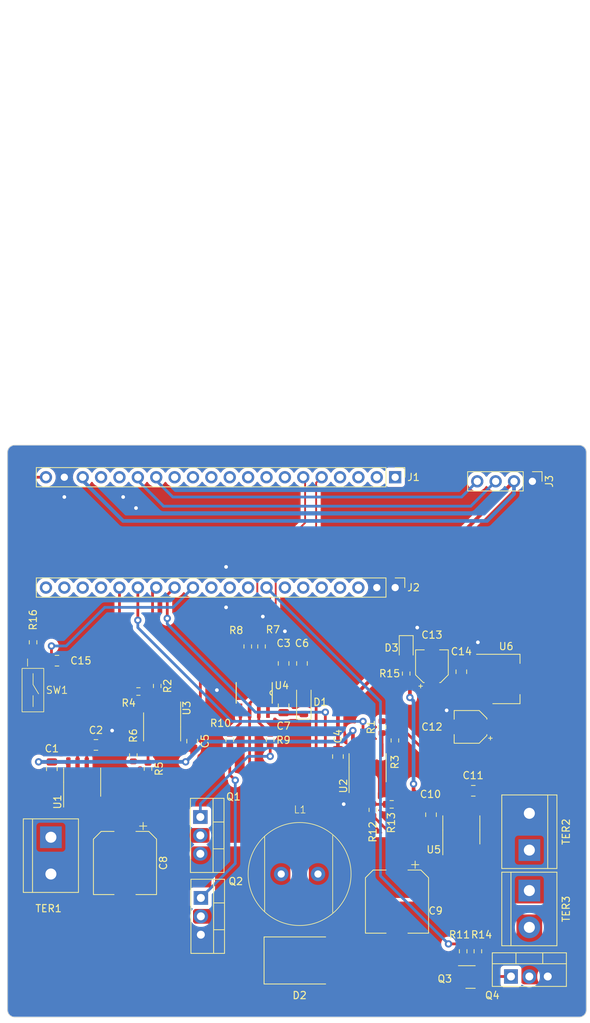
<source format=kicad_pcb>
(kicad_pcb (version 20221018) (generator pcbnew)
  (layers (0 "F.Cu" signal) (31 "B.Cu" signal) (34 "B.Paste" user) (35 "F.Paste" user) (36 "B.SilkS" user "B.Silkscreen") (37 "F.SilkS" user "F.Silkscreen") (38 "B.Mask" user) (39 "F.Mask" user) (44 "Edge.Cuts" user))
  (net 0 "")
  (net 1 "+5V")
  (net 2 "GND")
  (net 3 "Net-(U1-FILTER)")
  (net 4 "+BATT")
  (net 5 "Net-(D1-K)")
  (net 6 "/Sensor/Q1_Q2_COM")
  (net 7 "/Sensor/VIN")
  (net 8 "/Sensor/VOUT")
  (net 9 "Net-(U5-FILTER)")
  (net 10 "/MCU/DISPLAY_CHANGE")
  (net 11 "Net-(D3-A)")
  (net 16 "/MCU/PWM_PIN")
  (net 17 "/MCU/BUCK_EN")
  (net 25 "/MCU/LCD_SCL")
  (net 26 "/MCU/LCD_SDA")
  (net 29 "+3V3")
  (net 34 "/MCU/LOAD_CTR")
  (net 38 "/MCU/VADC_OUT")
  (net 39 "/MCU/VADC_IN")
  (net 40 "/MCU/CURR_OUT")
  (net 41 "/MCU/CURR_IN")
  (net 46 "Net-(Q1-G)")
  (net 47 "Net-(Q2-G)")
  (net 48 "Net-(Q3-B)")
  (net 49 "Net-(Q3-C)")
  (net 50 "/Sensor/-LOAD")
  (net 51 "/Sensor/CURR_OUT_SENS")
  (net 52 "Net-(U2B-+)")
  (net 53 "/Sensor/CURR_IN_SENS")
  (net 54 "Net-(U3A-+)")
  (net 55 "/Sensor/VOL_IN")
  (net 56 "Net-(U4-IN)")
  (net 57 "Net-(U4-~{SD})")
  (net 58 "Net-(U4-HO)")
  (net 59 "Net-(U4-LO)")
  (net 60 "/Sensor/VOL_OUT")
  (net 61 "/Sensor/PANEL_IN")
  (footprint "Capacitor_SMD:C_0805_2012Metric" (layer "F.Cu") (at 148.158198 102.997001 90)
    (fp_text reference "C7")
    (fp_text value "10uF")
  )
  (footprint "Capacitor_SMD:C_0805_2012Metric" (layer "F.Cu") (at 116.1288 111.7092 -90)
    (fp_text reference "C1")
    (fp_text value "100nF")
  )
  (footprint "Resistor_SMD:R_0603_1608Metric" (layer "F.Cu") (at 128.089801 101.028999)
    (fp_text reference "R4")
    (fp_text value "2k2")
  )
  (footprint "Package_SO:SOIC-8_3.9x4.9mm_P1.27mm" (layer "F.Cu") (at 159.766 111.5568 90)
    (fp_text reference "U2")
    (fp_text value "LM358")
  )
  (footprint "Resistor_SMD:R_0603_1608Metric" (layer "F.Cu") (at 146.304 107.696 -90)
    (fp_text reference "R9")
    (fp_text value "10R")
  )
  (footprint "Package_TO_SOT_THT:TO-220-3_Vertical" (layer "F.Cu") (at 179.578 140.391)
    (fp_text reference "Q4")
    (fp_text value "IRFZ44N")
  )
  (footprint "Diode_SMD:D_SOD-123" (layer "F.Cu") (at 150.952202 102.489 90)
    (fp_text reference "D1")
    (fp_text value "1N5819W ")
  )
  (footprint "Capacitor_SMD:C_0805_2012Metric" (layer "F.Cu") (at 168.529 118.045 -90)
    (fp_text reference "C10")
    (fp_text value "100nF")
  )
  (footprint "TerminalBlock:TerminalBlock_bornier-2_P5.08mm" (layer "F.Cu") (at 182.118 128.524 -90)
    (fp_text reference "TER3")
    (fp_text value "DC_LOAD")
  )
  (footprint "Capacitor_SMD:C_0805_2012Metric" (layer "F.Cu") (at 135.518801 107.886999 90)
    (fp_text reference "C5")
    (fp_text value "100nF")
  )
  (footprint "Connector_PinHeader_2.54mm:PinHeader_1x20_P2.54mm_Vertical" (layer "F.Cu") (at 163.576 86.674 -90)
    (fp_text reference "J2")
    (fp_text value "Conn_01x20_Pin")
  )
  (footprint "Button_SMD:Button_3x6_SMD" (layer "F.Cu") (at 113.538 100.838 -90)
    (fp_text reference "SW1")
    (fp_text value "DISPLAY_CHANGE_BUTTON")
  )
  (footprint "Resistor_SMD:R_0603_1608Metric" (layer "F.Cu") (at 140.716 107.696 -90)
    (fp_text reference "R10")
    (fp_text value "10R")
  )
  (footprint "Induc_THT:Inductor_33uH_5A_THT" (layer "F.Cu") (at 150.368 126.238)
    (fp_text reference "L1")
    (fp_text value "33uH")
  )
  (footprint "Capacitor_SMD:C_0805_2012Metric" (layer "F.Cu") (at 116.84 96.774)
    (fp_text reference "C15")
    (fp_text value "100nF")
  )
  (footprint "Resistor_SMD:R_0603_1608Metric" (layer "F.Cu") (at 129.4228 111.696999 90)
    (fp_text reference "R5")
    (fp_text value "10k")
  )
  (footprint "Capacitor_SMD:CP_Elec_4x5.4" (layer "F.Cu") (at 173.99 105.918 180)
    (fp_text reference "C12")
    (fp_text value "10uF/16V")
  )
  (footprint "Resistor_SMD:R_0603_1608Metric" (layer "F.Cu") (at 172.974 136.906 -90)
    (fp_text reference "R11")
    (fp_text value "1k")
  )
  (footprint "Package_TO_SOT_SMD:SOT-223-3_TabPin2" (layer "F.Cu") (at 178.918 99.3)
    (fp_text reference "U6")
    (fp_text value "AMS1117-5.0")
  )
  (footprint "Package_SO:SOIC-8_3.9x4.9mm_P1.27mm" (layer "F.Cu") (at 120.3198 113.5522 90)
    (fp_text reference "U1")
    (fp_text value "ACS712")
  )
  (footprint "Connector_PinHeader_2.54mm:PinHeader_1x04_P2.54mm_Vertical" (layer "F.Cu") (at 182.54 72 -90)
    (fp_text reference "J3")
    (fp_text value "LCD_CONNECTOR")
  )
  (footprint "Capacitor_SMD:C_0805_2012Metric" (layer "F.Cu") (at 155.666 110.0108 -90)
    (fp_text reference "C4")
    (fp_text value "100nF")
  )
  (footprint "Package_SO:SOIC-8_3.9x4.9mm_P1.27mm" (layer "F.Cu") (at 172.72 120.142 90)
    (fp_text reference "U5")
    (fp_text value "ACS712")
  )
  (footprint "Diode_SMD:D_SMC" (layer "F.Cu") (at 150.368 138.176)
    (fp_text reference "D2")
    (fp_text value "40V/5A")
  )
  (footprint "Capacitor_SMD:CP_Elec_4x5.4" (layer "F.Cu") (at 168.656 97.536 90)
    (fp_text reference "C13")
    (fp_text value "22uF/16V")
  )
  (footprint "Resistor_SMD:R_0603_1608Metric" (layer "F.Cu") (at 163.54 107.7878 90)
    (fp_text reference "R3")
    (fp_text value "2k2")
  )
  (footprint "LED_SMD:LED_0805_2012Metric" (layer "F.Cu") (at 165.1 94.996 -90)
    (fp_text reference "D3")
    (fp_text value "RED_LED")
  )
  (footprint "Resistor_SMD:R_0603_1608Metric" (layer "F.Cu") (at 163.095 116.6148)
    (fp_text reference "R13")
    (fp_text value "2k2")
  )
  (footprint "Resistor_SMD:R_0603_1608Metric" (layer "F.Cu") (at 175.006 136.906 -90)
    (fp_text reference "R14")
    (fp_text value "10k")
  )
  (footprint "Resistor_SMD:R_0603_1608Metric" (layer "F.Cu") (at 160.492 117.3768 90)
    (fp_text reference "R12")
    (fp_text value "10k")
  )
  (footprint "IR2104SPBF:SOIC127P600X175-8N" (layer "F.Cu") (at 144.0942 101.219 -90)
    (fp_text reference "U4")
    (fp_text value "IR2104SPBF")
  )
  (footprint "Capacitor_SMD:C_0805_2012Metric" (layer "F.Cu") (at 122.2248 108.4072 180)
    (fp_text reference "C2")
    (fp_text value "1nF")
  )
  (footprint "Resistor_SMD:R_0603_1608Metric" (layer "F.Cu") (at 130.6928 100.266999 -90)
    (fp_text reference "R2")
    (fp_text value "3k3")
  )
  (footprint "Connector_PinHeader_2.54mm:PinHeader_1x20_P2.54mm_Vertical" (layer "F.Cu") (at 163.576 71.434 -90)
    (fp_text reference "J1")
    (fp_text value "Conn_01x20_Pin")
  )
  (footprint "Capacitor_SMD:CP_Elec_8x10.5" (layer "F.Cu") (at 126.238 124.714 -90)
    (fp_text reference "C8")
    (fp_text value "100uF/50V")
  )
  (footprint "Capacitor_SMD:C_0805_2012Metric" (layer "F.Cu") (at 174.371 114.743 180)
    (fp_text reference "C11")
    (fp_text value "1nF")
  )
  (footprint "Capacitor_SMD:CP_Elec_8x10.5" (layer "F.Cu") (at 163.83 130.048 -90)
    (fp_text reference "C9")
    (fp_text value "100uF/50V")
  )
  (footprint "Resistor_SMD:R_0603_1608Metric" (layer "F.Cu") (at 161.762 105.9468 -90)
    (fp_text reference "R1")
    (fp_text value "3k3")
  )
  (footprint "TerminalBlock:TerminalBlock_bornier-2_P5.08mm" (layer "F.Cu") (at 116 121.158 -90)
    (fp_text reference "TER1")
    (fp_text value "SOLAR_PN")
  )
  (footprint "Resistor_SMD:R_0603_1608Metric" (layer "F.Cu") (at 165.1 98.552 90)
    (fp_text reference "R15")
    (fp_text value "1k")
  )
  (footprint "Resistor_SMD:R_0603_1608Metric" (layer "F.Cu") (at 143.2052 94.806 90)
    (fp_text reference "R8")
    (fp_text value "470R")
  )
  (footprint "TerminalBlock:TerminalBlock_bornier-2_P5.08mm" (layer "F.Cu") (at 182.118 122.936 90)
    (fp_text reference "TER2")
    (fp_text value "BATT")
  )
  (footprint "Package_TO_SOT_THT:TO-220-3_Vertical" (layer "F.Cu") (at 136.723 129.54 -90)
    (fp_text reference "Q2")
    (fp_text value "IRFZ44N")
  )
  (footprint "Resistor_SMD:R_0603_1608Metric" (layer "F.Cu") (at 127.390799 109.855999 90)
    (fp_text reference "R6")
    (fp_text value "2k2")
  )
  (footprint "Capacitor_SMD:C_0805_2012Metric" (layer "F.Cu") (at 150.6982 97.155 90)
    (fp_text reference "C3")
    (fp_text value "10uF")
  )
  (footprint "Capacitor_SMD:C_0805_2012Metric" (layer "F.Cu") (at 172.72 98.298 90)
    (fp_text reference "C14")
    (fp_text value "0.1uF")
  )
  (footprint "Package_SO:SOIC-8_3.9x4.9mm_P1.27mm" (layer "F.Cu") (at 131.3688 105.918 -90)
    (fp_text reference "U3")
    (fp_text value "LM358")
  )
  (footprint "Resistor_SMD:R_0603_1608Metric" (layer "F.Cu") (at 145.1102 94.806 90)
    (fp_text reference "R7")
    (fp_text value "470R")
  )
  (footprint "Resistor_SMD:R_0603_1608Metric" (layer "F.Cu") (at 113.538 94.234 -90)
    (fp_text reference "R16")
    (fp_text value "1k")
  )
  (footprint "Package_TO_SOT_SMD:SOT-23" (layer "F.Cu") (at 173.99 140.462)
    (fp_text reference "Q3")
    (fp_text value "NPN_TRANS")
  )
  (footprint "Package_TO_SOT_THT:TO-220-3_Vertical" (layer "F.Cu") (at 136.652 118.364 -90)
    (fp_text reference "Q1")
    (fp_text value "IRFZ44N")
  )
  (footprint "Capacitor_SMD:C_0805_2012Metric" (layer "F.Cu") (at 148.1582 97.155 90)
    (fp_text reference "C6")
    (fp_text value "100nF")
  )
  (gr_line (start 111 146) (end 189 146) (stroke (width 0.1)) (layer "Edge.Cuts"))
  (gr_line (start 110 68) (end 110 145) (stroke (width 0.1)) (layer "Edge.Cuts"))
  (gr_arc (start 111 146) (mid 110.292893 145.707107) (end 110 145) (stroke (width 0.1)) (layer "Edge.Cuts"))
  (gr_arc (start 190 145) (mid 189.707107 145.707107) (end 189 146) (stroke (width 0.1)) (layer "Edge.Cuts"))
  (gr_line (start 190 145) (end 190 68) (stroke (width 0.1)) (layer "Edge.Cuts"))
  (gr_arc (start 189 67) (mid 189.707107 67.292893) (end 190 68) (stroke (width 0.1)) (layer "Edge.Cuts"))
  (gr_arc (start 110 68) (mid 110.292893 67.292893) (end 111 67) (stroke (width 0.1)) (layer "Edge.Cuts"))
  (gr_line (start 189 67) (end 111 67) (stroke (width 0.1)) (layer "Edge.Cuts"))
  (segment (start 168.656 99.336) (end 165.141 99.336) (width 0.508) (layer "F.Cu") (net 1))
  (segment (start 114.3152 110.7592) (end 114.3 110.744) (width 0.508) (layer "F.Cu") (net 1))
  (segment (start 160.211 99.377) (end 165.1 99.377) (width 0.508) (layer "F.Cu") (net 1))
  (segment (start 135.518801 108.836999) (end 135.518801 109.845199) (width 0.508) (layer "F.Cu") (net 1))
  (segment (start 166.116 113.792) (end 166.116 114.682) (width 0.508) (layer "F.Cu") (net 1))
  (segment (start 166.116 114.682) (end 168.529 117.095) (width 0.508) (layer "F.Cu") (net 1))
  (segment (start 133.2738 108.393) (end 135.074802 108.393) (width 0.508) (layer "F.Cu") (net 1))
  (segment (start 170.815 117.667) (end 169.101 117.667) (width 0.508) (layer "F.Cu") (net 1))
  (segment (start 116.1288 110.7592) (end 114.3152 110.7592) (width 0.508) (layer "F.Cu") (net 1))
  (segment (start 155.666 103.922) (end 160.211 99.377) (width 0.508) (layer "F.Cu") (net 1))
  (segment (start 135.518801 109.845199) (end 134.62 110.744) (width 0.508) (layer "F.Cu") (net 1))
  (segment (start 157.734 106.426) (end 157.734 108.9548) (width 0.508) (layer "F.Cu") (net 1))
  (segment (start 157.861 109.0818) (end 155.687 109.0818) (width 0.508) (layer "F.Cu") (net 1))
  (segment (start 172.72 99.248) (end 175.716 99.248) (width 0.508) (layer "F.Cu") (net 1))
  (segment (start 168.656 99.336) (end 172.632 99.336) (width 0.508) (layer "F.Cu") (net 1))
  (segment (start 165.1 99.377) (end 165.608 99.885) (width 0.508) (layer "F.Cu") (net 1))
  (segment (start 168.656 99.336) (end 172.466 95.526) (width 0.508) (layer "F.Cu") (net 1))
  (segment (start 116.1288 110.7592) (end 118.0968 110.7592) (width 0.508) (layer "F.Cu") (net 1))
  (segment (start 165.608 99.885) (end 165.608 101.854) (width 0.508) (layer "F.Cu") (net 1))
  (segment (start 135.074802 108.393) (end 135.518801 108.836999) (width 0.508) (layer "F.Cu") (net 1))
  (segment (start 172.632 99.336) (end 172.72 99.248) (width 0.508) (layer "F.Cu") (net 1))
  (segment (start 175.768 99.3) (end 182.068 99.3) (width 0.508) (layer "F.Cu") (net 1))
  (segment (start 165.141 99.336) (end 165.1 99.377) (width 0.508) (layer "F.Cu") (net 1))
  (segment (start 175.716 99.248) (end 175.768 99.3) (width 0.508) (layer "F.Cu") (net 1))
  (segment (start 118.0968 110.7592) (end 118.4148 111.0772) (width 0.508) (layer "F.Cu") (net 1))
  (segment (start 172.466 79.534) (end 180 72) (width 0.508) (layer "F.Cu") (net 1))
  (segment (start 169.101 117.667) (end 168.529 117.095) (width 0.508) (layer "F.Cu") (net 1))
  (segment (start 155.687 109.0818) (end 155.666 109.0608) (width 0.508) (layer "F.Cu") (net 1))
  (segment (start 157.734 108.9548) (end 157.861 109.0818) (width 0.508) (layer "F.Cu") (net 1))
  (segment (start 155.666 109.0608) (end 155.666 103.922) (width 0.508) (layer "F.Cu") (net 1))
  (segment (start 172.466 95.526) (end 172.466 79.534) (width 0.508) (layer "F.Cu") (net 1))
  (via (at 157.734 106.426) (size 1.016) (drill 0.508) (layers "F.Cu" "B.Cu") (net 1))
  (via (at 114.3 110.744) (size 1.016) (drill 0.508) (layers "F.Cu" "B.Cu") (net 1))
  (via (at 134.62 110.744) (size 1.016) (drill 0.508) (layers "F.Cu" "B.Cu") (net 1))
  (via (at 166.116 113.792) (size 1.016) (drill 0.508) (layers "F.Cu" "B.Cu") (net 1))
  (via (at 165.608 101.854) (size 1.016) (drill 0.508) (layers "F.Cu" "B.Cu") (net 1))
  (segment (start 166.116 102.362) (end 165.608 101.854) (width 0.508) (layer "B.Cu") (net 1))
  (segment (start 166.116 113.792) (end 166.116 102.362) (width 0.508) (layer "B.Cu") (net 1))
  (segment (start 156.21 107.95) (end 137.414 107.95) (width 0.508) (layer "B.Cu") (net 1))
  (segment (start 134.62 110.744) (end 114.3 110.744) (width 0.508) (layer "B.Cu") (net 1))
  (segment (start 120.396 71.882) (end 120.396 71.434) (width 0.508) (layer "B.Cu") (net 1))
  (segment (start 137.414 107.95) (end 134.62 110.744) (width 0.508) (layer "B.Cu") (net 1))
  (segment (start 180 72) (end 180 73.746) (width 0.508) (layer "B.Cu") (net 1))
  (segment (start 125.984 77.47) (end 120.396 71.882) (width 0.508) (layer "B.Cu") (net 1))
  (segment (start 176.276 77.47) (end 125.984 77.47) (width 0.508) (layer "B.Cu") (net 1))
  (segment (start 157.734 106.426) (end 156.21 107.95) (width 0.508) (layer "B.Cu") (net 1))
  (segment (start 180 73.746) (end 176.276 77.47) (width 0.508) (layer "B.Cu") (net 1))
  (segment (start 172.19 105.134) (end 170.688 103.632) (width 0.381) (layer "F.Cu") (net 2))
  (segment (start 166.624 92.5345) (end 165.1 94.0585) (width 0.254) (layer "F.Cu") (net 2))
  (segment (start 135.518801 106.936999) (end 138.938 103.5178) (width 0.254) (layer "F.Cu") (net 2))
  (segment (start 175.006 94.234) (end 175.006 97.348) (width 0.254) (layer "F.Cu") (net 2))
  (segment (start 138.938 103.5178) (end 138.938 100.838) (width 0.254) (layer "F.Cu") (net 2))
  (segment (start 166.624 92.202) (end 168.656 94.234) (width 0.254) (layer "F.Cu") (net 2))
  (segment (start 117.856 71.434) (end 117.856 74.168) (width 0.381) (layer "F.Cu") (net 2))
  (segment (start 141.0208 98.7552) (end 142.1892 98.7552) (width 0.254) (layer "F.Cu") (net 2))
  (segment (start 168.656 94.234) (end 168.656 95.736) (width 0.254) (layer "F.Cu") (net 2))
  (segment (start 124.46 107.122) (end 123.1748 108.4072) (width 0.254) (layer "F.Cu") (net 2))
  (segment (start 175.006 94.234) (end 175.006 96.238) (width 0.254) (layer "F.Cu") (net 2))
  (segment (start 138.938 100.838) (end 141.0208 98.7552) (width 0.254) (layer "F.Cu") (net 2))
  (segment (start 175.006 96.238) (end 175.768 97) (width 0.254) (layer "F.Cu") (net 2))
  (segment (start 172.19 105.918) (end 172.19 105.134) (width 0.381) (layer "F.Cu") (net 2))
  (segment (start 166.624 92.202) (end 166.624 92.5345) (width 0.254) (layer "F.Cu") (net 2))
  (segment (start 175.006 97.348) (end 172.72 97.348) (width 0.254) (layer "F.Cu") (net 2))
  (segment (start 124.46 106.426) (end 124.46 107.122) (width 0.254) (layer "F.Cu") (net 2))
  (via (at 117.856 74.168) (size 1.016) (drill 0.508) (layers "F.Cu" "B.Cu") (net 2))
  (via (at 127.762 75.692) (size 1.016) (drill 0.508) (layers "F.Cu" "B.Cu") (net 2))
  (via (at 145.288 90.678) (size 1.016) (drill 0.508) (layers "F.Cu" "B.Cu") (net 2))
  (via (at 148.336 92.71) (size 1.016) (drill 0.508) (layers "F.Cu" "B.Cu") (net 2))
  (via (at 156.464 116.586) (size 1.016) (drill 0.508) (layers "F.Cu" "B.Cu") (net 2))
  (via (at 125.984 74.168) (size 1.016) (drill 0.508) (layers "F.Cu" "B.Cu") (net 2))
  (via (at 140.208 83.82) (size 1.016) (drill 0.508) (layers "F.Cu" "B.Cu") (net 2))
  (via (at 140.208 89.408) (size 1.016) (drill 0.508) (layers "F.Cu" "B.Cu") (net 2))
  (via (at 170.688 103.632) (size 1.016) (drill 0.508) (layers "F.Cu" "B.Cu") (net 2))
  (via (at 166.624 92.202) (size 1.016) (drill 0.508) (layers "F.Cu" "B.Cu") (net 2))
  (via (at 138.938 100.838) (size 1.016) (drill 0.508) (layers "F.Cu" "B.Cu") (net 2))
  (via (at 175.006 94.234) (size 1.016) (drill 0.508) (layers "F.Cu" "B.Cu") (net 2))
  (via (at 124.46 106.426) (size 1.016) (drill 0.508) (layers "F.Cu" "B.Cu") (net 2))
  (segment (start 166.624 92.202) (end 172.974 92.202) (width 0.254) (layer "B.Cu") (net 2))
  (segment (start 161.036 86.674) (end 163.576 86.674) (width 0.381) (layer "B.Cu") (net 2))
  (segment (start 143.51 92.71) (end 140.208 89.408) (width 0.381) (layer "B.Cu") (net 2))
  (segment (start 172.974 92.202) (end 175.006 94.234) (width 0.254) (layer "B.Cu") (net 2))
  (segment (start 173.99 100.33) (end 170.688 103.632) (width 0.254) (layer "B.Cu") (net 2))
  (segment (start 173.99 95.25) (end 173.99 100.33) (width 0.254) (layer "B.Cu") (net 2))
  (segment (start 147.32 92.71) (end 148.336 92.71) (width 0.254) (layer "B.Cu") (net 2))
  (segment (start 175.006 94.234) (end 173.99 95.25) (width 0.254) (layer "B.Cu") (net 2))
  (segment (start 145.288 90.678) (end 147.32 92.71) (width 0.254) (layer "B.Cu") (net 2))
  (segment (start 148.336 92.71) (end 143.51 92.71) (width 0.381) (layer "B.Cu") (net 2))
  (segment (start 120.9548 111.0772) (end 120.9548 108.7272) (width 0.381) (layer "F.Cu") (net 3))
  (segment (start 120.9548 108.7272) (end 121.2748 108.4072) (width 0.381) (layer "F.Cu") (net 3))
  (segment (start 181.102 128.524) (end 182.118 128.524) (width 0.381) (layer "F.Cu") (net 4))
  (segment (start 160.492 118.2018) (end 162.9402 120.65) (width 0.381) (layer "F.Cu") (net 4))
  (segment (start 175.79 105.918) (end 177.038 107.166) (width 0.762) (layer "F.Cu") (net 4))
  (segment (start 172.72 120.65) (end 173.355 121.285) (width 0.381) (layer "F.Cu") (net 4))
  (segment (start 181.102 122.936) (end 182.118 122.936) (width 0.762) (layer "F.Cu") (net 4))
  (segment (start 152.654 102.540798) (end 152.654 116.078) (width 0.381) (layer "F.Cu") (net 4))
  (segment (start 148.1582 98.105) (end 150.6982 98.105) (width 0.381) (layer "F.Cu") (net 4))
  (segment (start 175.768 105.896) (end 175.79 105.918) (width 0.762) (layer "F.Cu") (net 4))
  (segment (start 175.768 101.6) (end 175.768 105.896) (width 0.762) (layer "F.Cu") (net 4))
  (segment (start 145.9992 98.7552) (end 147.508 98.7552) (width 0.381) (layer "F.Cu") (net 4))
  (segment (start 152.654 116.078) (end 154.7778 118.2018) (width 0.381) (layer "F.Cu") (net 4))
  (segment (start 162.9402 120.65) (end 172.72 120.65) (width 0.381) (layer "F.Cu") (net 4))
  (segment (start 175.006 134.62) (end 181.102 128.524) (width 0.381) (layer "F.Cu") (net 4))
  (segment (start 150.6982 98.105) (end 150.6982 100.584998) (width 0.381) (layer "F.Cu") (net 4))
  (segment (start 177.038 107.166) (end 177.038 118.872) (width 0.762) (layer "F.Cu") (net 4))
  (segment (start 147.508 98.7552) (end 148.1582 98.105) (width 0.381) (layer "F.Cu") (net 4))
  (segment (start 175.006 136.081) (end 175.006 134.62) (width 0.381) (layer "F.Cu") (net 4))
  (segment (start 150.6982 100.584998) (end 150.952202 100.839) (width 0.381) (layer "F.Cu") (net 4))
  (segment (start 173.355 121.285) (end 173.355 122.617) (width 0.381) (layer "F.Cu") (net 4))
  (segment (start 150.952202 100.839) (end 152.654 102.540798) (width 0.381) (layer "F.Cu") (net 4))
  (segment (start 177.038 118.872) (end 181.102 122.936) (width 0.762) (layer "F.Cu") (net 4))
  (segment (start 154.7778 118.2018) (end 160.492 118.2018) (width 0.381) (layer "F.Cu") (net 4))
  (segment (start 150.952202 104.139) (end 148.350197 104.139) (width 0.381) (layer "F.Cu") (net 5))
  (segment (start 148.350197 104.139) (end 148.158198 103.947001) (width 0.381) (layer "F.Cu") (net 5))
  (segment (start 148.158198 103.947001) (end 146.263401 103.947001) (width 0.381) (layer "F.Cu") (net 5))
  (segment (start 146.263401 103.947001) (end 145.9992 103.6828) (width 0.381) (layer "F.Cu") (net 5))
  (segment (start 148.158198 102.047001) (end 144.078999 102.047001) (width 0.381) (layer "F.Cu") (net 6))
  (segment (start 144.078999 102.047001) (end 143.4592 102.6668) (width 0.381) (layer "F.Cu") (net 6))
  (segment (start 143.4592 102.6668) (end 143.4592 103.6828) (width 0.381) (layer "F.Cu") (net 6))
  (segment (start 143.4592 103.6828) (end 143.4592 121.8692) (width 0.381) (layer "F.Cu") (net 6))
  (segment (start 143.4592 121.8692) (end 147.828 126.238) (width 0.381) (layer "F.Cu") (net 6))
  (segment (start 122.2248 116.0272) (end 126.238 120.0404) (width 0.381) (layer "F.Cu") (net 7))
  (segment (start 126.238 120.0404) (end 126.238 121.014) (width 0.381) (layer "F.Cu") (net 7))
  (segment (start 129.4228 112.521999) (end 125.917599 116.0272) (width 0.381) (layer "F.Cu") (net 7))
  (segment (start 122.2248 116.0272) (end 120.9548 116.0272) (width 0.381) (layer "F.Cu") (net 7))
  (segment (start 125.917599 116.0272) (end 122.2248 116.0272) (width 0.381) (layer "F.Cu") (net 7))
  (segment (start 173.355 114.809) (end 173.421 114.743) (width 0.381) (layer "F.Cu") (net 9))
  (segment (start 173.355 117.667) (end 173.355 114.809) (width 0.381) (layer "F.Cu") (net 9))
  (segment (start 113.792 96.774) (end 113.538 97.028) (width 0.381) (layer "F.Cu") (net 10))
  (segment (start 116.078 96.586) (end 115.89 96.774) (width 0.381) (layer "F.Cu") (net 10))
  (segment (start 116.078 94.742) (end 116.078 96.586) (width 0.381) (layer "F.Cu") (net 10))
  (segment (start 113.538 97.028) (end 113.538 95.059) (width 0.381) (layer "F.Cu") (net 10))
  (segment (start 115.89 96.774) (end 113.792 96.774) (width 0.381) (layer "F.Cu") (net 10))
  (via (at 116.078 94.742) (size 1.016) (drill 0.508) (layers "F.Cu" "B.Cu") (net 10))
  (segment (start 116.078 94.742) (end 118.11 94.742) (width 0.381) (layer "B.Cu") (net 10))
  (segment (start 123.444 89.408) (end 132.902 89.408) (width 0.381) (layer "B.Cu") (net 10))
  (segment (start 118.11 94.742) (end 123.444 89.408) (width 0.381) (layer "B.Cu") (net 10))
  (segment (start 132.902 89.408) (end 135.636 86.674) (width 0.381) (layer "B.Cu") (net 10))
  (segment (start 165.1 95.9335) (end 165.1 97.727) (width 0.381) (layer "F.Cu") (net 11))
  (segment (start 145.1102 92.8878) (end 147.066 90.932) (width 0.254) (layer "F.Cu") (net 16))
  (segment (start 147.066 83.8835) (end 152.654 78.2955) (width 0.254) (layer "F.Cu") (net 16))
  (segment (start 145.1102 93.981) (end 145.1102 92.8878) (width 0.254) (layer "F.Cu") (net 16))
  (segment (start 152.654 72.196) (end 153.416 71.434) (width 0.254) (layer "F.Cu") (net 16))
  (segment (start 147.066 90.932) (end 147.066 83.8835) (width 0.254) (layer "F.Cu") (net 16))
  (segment (start 152.654 78.2955) (end 152.654 72.196) (width 0.254) (layer "F.Cu") (net 16))
  (segment (start 144.526 84.328) (end 144.526 89.408) (width 0.254) (layer "F.Cu") (net 17))
  (segment (start 144.526 89.408) (end 143.2052 90.7288) (width 0.254) (layer "F.Cu") (net 17))
  (segment (start 151.13 77.724) (end 144.526 84.328) (width 0.254) (layer "F.Cu") (net 17))
  (segment (start 151.13 71.688) (end 151.13 77.724) (width 0.254) (layer "F.Cu") (net 17))
  (segment (start 150.876 71.434) (end 151.13 71.688) (width 0.254) (layer "F.Cu") (net 17))
  (segment (start 143.2052 90.7288) (end 143.2052 93.981) (width 0.254) (layer "F.Cu") (net 17))
  (segment (start 174.92 72) (end 172.752 74.168) (width 0.381) (layer "B.Cu") (net 25))
  (segment (start 130.556 71.882) (end 130.556 71.434) (width 0.381) (layer "B.Cu") (net 25))
  (segment (start 172.752 74.168) (end 132.842 74.168) (width 0.381) (layer "B.Cu") (net 25))
  (segment (start 132.842 74.168) (end 130.556 71.882) (width 0.381) (layer "B.Cu") (net 25))
  (segment (start 177.46 72) (end 174.022 75.438) (width 0.381) (layer "B.Cu") (net 26))
  (segment (start 174.022 75.438) (end 131.572 75.438) (width 0.381) (layer "B.Cu") (net 26))
  (segment (start 128.016 71.882) (end 128.016 71.434) (width 0.381) (layer "B.Cu") (net 26))
  (segment (start 131.572 75.438) (end 128.016 71.882) (width 0.381) (layer "B.Cu") (net 26))
  (segment (start 112.014 91.885) (end 112.014 73.406) (width 0.381) (layer "F.Cu") (net 29))
  (segment (start 112.014 73.406) (end 113.986 71.434) (width 0.381) (layer "F.Cu") (net 29))
  (segment (start 113.986 71.434) (end 115.316 71.434) (width 0.381) (layer "F.Cu") (net 29))
  (segment (start 113.538 93.409) (end 112.014 91.885) (width 0.381) (layer "F.Cu") (net 29))
  (segment (start 170.942 135.89) (end 172.783 135.89) (width 0.381) (layer "F.Cu") (net 34))
  (segment (start 172.783 135.89) (end 172.974 136.081) (width 0.381) (layer "F.Cu") (net 34))
  (via (at 170.942 135.89) (size 1.016) (drill 0.508) (layers "F.Cu" "B.Cu") (net 34))
  (segment (start 161.544 126.492) (end 170.942 135.89) (width 0.381) (layer "B.Cu") (net 34))
  (segment (start 161.544 121.158) (end 161.544 126.492) (width 0.381) (layer "B.Cu") (net 34))
  (segment (start 145.796 86.674) (end 161.544 102.422) (width 0.381) (layer "B.Cu") (net 34))
  (segment (start 161.544 102.422) (end 161.544 121.158) (width 0.381) (layer "B.Cu") (net 34))
  (segment (start 153.924 103.886) (end 153.924 112.776) (width 0.381) (layer "F.Cu") (net 38))
  (segment (start 159.131 114.0318) (end 157.861 114.0318) (width 0.381) (layer "F.Cu") (net 38))
  (segment (start 132.08 90.932) (end 132.08 87.69) (width 0.381) (layer "F.Cu") (net 38))
  (segment (start 155.1798 114.0318) (end 157.861 114.0318) (width 0.381) (layer "F.Cu") (net 38))
  (segment (start 132.08 87.69) (end 133.096 86.674) (width 0.381) (layer "F.Cu") (net 38))
  (segment (start 153.924 112.776) (end 155.1798 114.0318) (width 0.381) (layer "F.Cu") (net 38))
  (via (at 153.924 103.886) (size 1.016) (drill 0.508) (layers "F.Cu" "B.Cu") (net 38))
  (via (at 132.08 90.932) (size 1.016) (drill 0.508) (layers "F.Cu" "B.Cu") (net 38))
  (segment (start 144.272 103.886) (end 153.924 103.886) (width 0.381) (layer "B.Cu") (net 38))
  (segment (start 132.08 90.932) (end 132.08 91.694) (width 0.381) (layer "B.Cu") (net 38))
  (segment (start 132.08 91.694) (end 144.272 103.886) (width 0.381) (layer "B.Cu") (net 38))
  (segment (start 130.048 91.948) (end 136.652 98.552) (width 0.381) (layer "F.Cu") (net 39))
  (segment (start 136.652 98.552) (end 136.652 102.743) (width 0.381) (layer "F.Cu") (net 39))
  (segment (start 136.652 102.743) (end 132.0038 107.3912) (width 0.381) (layer "F.Cu") (net 39))
  (segment (start 130.556 86.674) (end 130.048 87.182) (width 0.381) (layer "F.Cu") (net 39))
  (segment (start 130.7338 108.393) (end 132.0038 108.393) (width 0.381) (layer "F.Cu") (net 39))
  (segment (start 130.048 87.182) (end 130.048 91.948) (width 0.381) (layer "F.Cu") (net 39))
  (segment (start 132.0038 107.3912) (end 132.0038 108.393) (width 0.381) (layer "F.Cu") (net 39))
  (segment (start 160.401 109.0818) (end 159.131 109.0818) (width 0.381) (layer "F.Cu") (net 40))
  (segment (start 128.016 86.674) (end 128.016 89.662) (width 0.381) (layer "F.Cu") (net 40))
  (segment (start 128.016 89.662) (end 128.016 91.186) (width 0.381) (layer "F.Cu") (net 40))
  (segment (start 159.131 105.156) (end 159.131 109.0818) (width 0.381) (layer "F.Cu") (net 40))
  (via (at 128.016 91.186) (size 1.016) (drill 0.508) (layers "F.Cu" "B.Cu") (net 40))
  (via (at 159.131 105.156) (size 1.016) (drill 0.508) (layers "F.Cu" "B.Cu") (net 40))
  (segment (start 140.97 105.156) (end 128.016 92.202) (width 0.381) (layer "B.Cu") (net 40))
  (segment (start 128.016 92.202) (end 128.016 91.186) (width 0.381) (layer "B.Cu") (net 40))
  (segment (start 159.131 105.156) (end 140.97 105.156) (width 0.381) (layer "B.Cu") (net 40))
  (segment (start 125.476 86.674) (end 125.476 92.202) (width 0.381) (layer "F.Cu") (net 41))
  (segment (start 133.2738 99.9998) (end 133.2738 103.443) (width 0.381) (layer "F.Cu") (net 41))
  (segment (start 125.476 92.202) (end 133.2738 99.9998) (width 0.381) (layer "F.Cu") (net 41))
  (segment (start 132.0038 103.443) (end 133.2738 103.443) (width 0.381) (layer "F.Cu") (net 41))
  (segment (start 146.304 108.521) (end 146.304 109.982) (width 0.381) (layer "F.Cu") (net 46))
  (via (at 146.304 109.982) (size 1.016) (drill 0.508) (layers "F.Cu" "B.Cu") (net 46))
  (segment (start 136.652 116.586) (end 136.652 118.364) (width 0.381) (layer "B.Cu") (net 46))
  (segment (start 146.304 109.982) (end 143.256 109.982) (width 0.381) (layer "B.Cu") (net 46))
  (segment (start 143.256 109.982) (end 136.652 116.586) (width 0.381) (layer "B.Cu") (net 46))
  (segment (start 140.716 112.522) (end 141.478 113.284) (width 0.381) (layer "F.Cu") (net 47))
  (segment (start 140.716 108.521) (end 140.716 112.522) (width 0.381) (layer "F.Cu") (net 47))
  (via (at 141.478 113.284) (size 1.016) (drill 0.508) (layers "F.Cu" "B.Cu") (net 47))
  (segment (start 141.478 113.284) (end 141.478 124.785) (width 0.381) (layer "B.Cu") (net 47))
  (segment (start 141.478 124.785) (end 136.723 129.54) (width 0.381) (layer "B.Cu") (net 47))
  (segment (start 172.974 137.731) (end 172.974 139.4335) (width 0.381) (layer "F.Cu") (net 48))
  (segment (start 172.974 139.4335) (end 173.0525 139.512) (width 0.381) (layer "F.Cu") (net 48))
  (segment (start 174.9275 140.462) (end 174.9985 140.391) (width 0.381) (layer "F.Cu") (net 49))
  (segment (start 175.006 137.731) (end 175.006 140.3835) (width 0.381) (layer "F.Cu") (net 49))
  (segment (start 174.9985 140.391) (end 179.578 140.391) (width 0.381) (layer "F.Cu") (net 49))
  (segment (start 175.006 140.3835) (end 174.9275 140.462) (width 0.381) (layer "F.Cu") (net 49))
  (segment (start 163.5418 105.1218) (end 172.085 113.665) (width 0.381) (layer "F.Cu") (net 51))
  (segment (start 172.085 113.665) (end 172.085 117.667) (width 0.381) (layer "F.Cu") (net 51))
  (segment (start 161.762 105.1218) (end 163.5418 105.1218) (width 0.381) (layer "F.Cu") (net 51))
  (segment (start 163.349 106.7718) (end 163.54 106.9628) (width 0.381) (layer "F.Cu") (net 52))
  (segment (start 161.762 106.7718) (end 161.762 108.9908) (width 0.381) (layer "F.Cu") (net 52))
  (segment (start 161.762 108.9908) (end 161.671 109.0818) (width 0.381) (layer "F.Cu") (net 52))
  (segment (start 161.762 106.7718) (end 163.349 106.7718) (width 0.381) (layer "F.Cu") (net 52))
  (segment (start 119.6848 106.1212) (end 119.6848 111.0772) (width 0.381) (layer "F.Cu") (net 53))
  (segment (start 126.364001 99.441999) (end 119.6848 106.1212) (width 0.381) (layer "F.Cu") (net 53))
  (segment (start 130.6928 99.441999) (end 126.364001 99.441999) (width 0.381) (layer "F.Cu") (net 53))
  (segment (start 130.6928 103.402) (end 130.7338 103.443) (width 0.381) (layer "F.Cu") (net 54))
  (segment (start 130.6928 101.091999) (end 128.977801 101.091999) (width 0.381) (layer "F.Cu") (net 54))
  (segment (start 128.977801 101.091999) (end 128.914801 101.028999) (width 0.381) (layer "F.Cu") (net 54))
  (segment (start 130.6928 101.091999) (end 130.6928 103.402) (width 0.381) (layer "F.Cu") (net 54))
  (segment (start 129.4228 108.434) (end 129.4638 108.393) (width 0.381) (layer "F.Cu") (net 55))
  (segment (start 127.390799 110.680999) (end 129.2318 110.680999) (width 0.381) (layer "F.Cu") (net 55))
  (segment (start 129.2318 110.680999) (end 129.4228 110.871999) (width 0.381) (layer "F.Cu") (net 55))
  (segment (start 129.4228 110.871999) (end 129.4228 108.434) (width 0.381) (layer "F.Cu") (net 55))
  (segment (start 144.7292 96.012) (end 144.7292 98.7552) (width 0.381) (layer "F.Cu") (net 56))
  (segment (start 145.1102 95.631) (end 144.7292 96.012) (width 0.381) (layer "F.Cu") (net 56))
  (segment (start 143.4592 98.7552) (end 143.4592 95.885) (width 0.381) (layer "F.Cu") (net 57))
  (segment (start 143.4592 95.885) (end 143.2052 95.631) (width 0.381) (layer "F.Cu") (net 57))
  (segment (start 144.7292 105.2962) (end 146.304 106.871) (width 0.381) (layer "F.Cu") (net 58))
  (segment (start 144.7292 103.6828) (end 144.7292 105.2962) (width 0.381) (layer "F.Cu") (net 58))
  (segment (start 142.1892 103.6828) (end 142.1892 105.3978) (width 0.381) (layer "F.Cu") (net 59))
  (segment (start 142.1892 105.3978) (end 140.716 106.871) (width 0.381) (layer "F.Cu") (net 59))
  (segment (start 160.555 116.6148) (end 160.492 116.5518) (width 0.381) (layer "F.Cu") (net 60))
  (segment (start 160.492 116.5518) (end 160.492 114.1228) (width 0.381) (layer "F.Cu") (net 60))
  (segment (start 160.492 114.1228) (end 160.401 114.0318) (width 0.381) (layer "F.Cu") (net 60))
  (segment (start 162.27 116.6148) (end 160.555 116.6148) (width 0.381) (layer "F.Cu") (net 60))
  (zone (net 6) (net_name "/Sensor/Q1_Q2_COM") (layer "F.Cu") (priority 3) (connect_pads yes (clearance 0.5)) (min_thickness 0.25) (fill yes (thermal_gap 0.5) (thermal_bridge_width 0.5))
    (polygon (pts (xy 135.636 122.428) (xy 148.844 122.428) (xy 149.098 122.682) (xy 149.098 139.954) (xy 148.844 140.208) (xy 140.208 140.208) (xy 139.954 139.954) (xy 139.954 133.35) (xy 139.7 133.096) (xy 135.89 133.096) (xy 135.636 132.842) (xy 135.636 131.572) (xy 135.636 131.318) (xy 135.89 131.064) (xy 138.43 131.064) (xy 138.684 130.81) (xy 138.684 125.476) (xy 138.43 125.222) (xy 135.636 125.222) (xy 135.382 124.968) (xy 135.382 123.19) (xy 135.382 122.682)))
  )
  (zone (net 61) (net_name "/Sensor/PANEL_IN") (layer "F.Cu") (priority 1) (connect_pads yes (clearance 0.5)) (min_thickness 0.25) (fill yes (thermal_gap 0.5) (thermal_bridge_width 0.5))
    (polygon (pts (xy 119.888 114.554) (xy 120.142 114.808) (xy 120.142 123.19) (xy 119.888 123.444) (xy 114.046 123.444) (xy 113.792 123.19) (xy 113.792 114.808) (xy 114.046 114.554)))
  )
  (zone (net 8) (net_name "/Sensor/VOUT") (layer "F.Cu") (priority 4) (connect_pads yes (clearance 0.5)) (min_thickness 0.25) (fill yes (thermal_gap 0.5) (thermal_bridge_width 0.5))
    (polygon (pts (xy 172.212 121.158) (xy 152.4 121.158) (xy 152.146 121.158) (xy 151.892 121.158) (xy 151.638 121.412) (xy 151.638 129.286) (xy 151.892 129.54) (xy 171.196 129.54) (xy 171.45 129.54) (xy 171.704 129.54) (xy 172.212 129.54) (xy 172.466 129.286) (xy 172.466 121.412)))
  )
  (zone (net 4) (net_name "+BATT") (layer "F.Cu") (priority 5) (connect_pads yes (clearance 0.5)) (min_thickness 0.25) (fill yes (thermal_gap 0.5) (thermal_bridge_width 0.5))
    (polygon (pts (xy 173.228 120.904) (xy 172.974 121.158) (xy 172.974 121.666) (xy 172.974 130.048) (xy 173.228 130.302) (xy 184.15 130.302) (xy 184.404 130.048) (xy 184.404 121.158) (xy 184.15 120.904)))
  )
  (zone (net 50) (net_name "/Sensor/-LOAD") (layer "F.Cu") (priority 5) (connect_pads yes (clearance 0.5)) (min_thickness 0.25) (fill yes (thermal_gap 0.5) (thermal_bridge_width 0.5))
    (polygon (pts (xy 180.594 131.826) (xy 180.848 131.826) (xy 183.642 131.826) (xy 183.896 132.08) (xy 183.896 138.43) (xy 183.388 138.684) (xy 183.388 141.224) (xy 183.134 141.478) (xy 181.356 141.478) (xy 180.848 141.224) (xy 180.848 138.684) (xy 180.34 138.43) (xy 180.34 132.08)))
  )
  (zone (net 7) (net_name "/Sensor/VIN") (layer "F.Cu") (priority 2) (connect_pads yes (clearance 0.5)) (min_thickness 0.25) (fill yes (thermal_gap 0.5) (thermal_bridge_width 0.5))
    (polygon (pts (xy 137.668 119.888) (xy 137.922 120.142) (xy 137.922 121.666) (xy 137.668 121.92) (xy 134.874 121.92) (xy 134.366 122.428) (xy 128.524 122.428) (xy 128.27 122.682) (xy 128.27 123.444) (xy 128.016 123.698) (xy 121.158 123.698) (xy 120.904 123.698) (xy 120.65 123.444) (xy 120.65 114.808) (xy 120.904 114.554) (xy 130.556 114.554) (xy 130.81 114.808) (xy 130.81 119.38) (xy 131.318 119.888)))
  )
  (zone (net 2) (net_name "GND") (layers "F&B.Cu") (connect_pads yes (clearance 0.5)) (min_thickness 0.25) (fill yes (thermal_gap 0.5) (thermal_bridge_width 0.5))
    (polygon (pts (xy 109.22 66.802) (xy 190.5 66.802) (xy 190.5 146.812) (xy 108.966 146.558)))
  )
)
</source>
